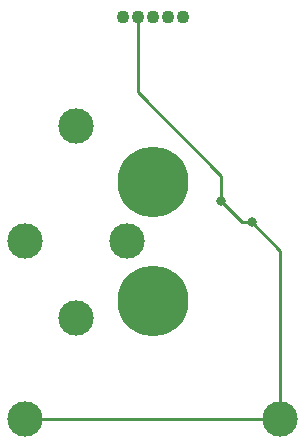
<source format=gbr>
%TF.GenerationSoftware,KiCad,Pcbnew,(6.99.0-1656-g034b57d9c0)*%
%TF.CreationDate,2022-05-27T10:29:39-07:00*%
%TF.ProjectId,GymTimer,47796d54-696d-4657-922e-6b696361645f,rev?*%
%TF.SameCoordinates,Original*%
%TF.FileFunction,Copper,L2,Bot*%
%TF.FilePolarity,Positive*%
%FSLAX46Y46*%
G04 Gerber Fmt 4.6, Leading zero omitted, Abs format (unit mm)*
G04 Created by KiCad (PCBNEW (6.99.0-1656-g034b57d9c0)) date 2022-05-27 10:29:39*
%MOMM*%
%LPD*%
G01*
G04 APERTURE LIST*
%TA.AperFunction,ComponentPad*%
%ADD10C,3.000000*%
%TD*%
%TA.AperFunction,ComponentPad*%
%ADD11C,1.100000*%
%TD*%
%TA.AperFunction,ComponentPad*%
%ADD12C,6.000000*%
%TD*%
%TA.AperFunction,ViaPad*%
%ADD13C,0.800000*%
%TD*%
%TA.AperFunction,Conductor*%
%ADD14C,0.250000*%
%TD*%
G04 APERTURE END LIST*
D10*
%TO.P,M1,*%
%TO.N,*%
X97150000Y-99200000D03*
X101450000Y-89400000D03*
X101450000Y-105700000D03*
X105750000Y-99200000D03*
%TD*%
D11*
%TO.P,P1,1,MCLR_N*%
%TO.N,Net-(P1-Pad1)*%
X105410000Y-80200000D03*
%TO.P,P1,2,VDD*%
%TO.N,3V*%
X106680000Y-80200000D03*
%TO.P,P1,3,GND*%
%TO.N,GND*%
X107950000Y-80200000D03*
%TO.P,P1,4,PGD*%
%TO.N,Net-(P1-Pad4)*%
X109220000Y-80200000D03*
%TO.P,P1,5,PGC*%
%TO.N,Net-(P1-Pad5)*%
X110490000Y-80200000D03*
%TD*%
D10*
%TO.P,BT1,1,+*%
%TO.N,3V*%
X97150000Y-114200000D03*
X118750000Y-114200000D03*
%TD*%
D12*
%TO.P,REF\u002A\u002A,1*%
%TO.N,N/C*%
X107950000Y-104200000D03*
X107950000Y-94200000D03*
%TD*%
D13*
%TO.N,3V*%
X113770000Y-95790000D03*
X116330000Y-97550000D03*
%TD*%
D14*
%TO.N,3V*%
X118750000Y-99970000D02*
X116330000Y-97550000D01*
X118750000Y-114200000D02*
X118750000Y-99970000D01*
X113770000Y-93630000D02*
X106700000Y-86560000D01*
X113770000Y-95790000D02*
X113770000Y-95800000D01*
X97150000Y-114200000D02*
X118790000Y-114200000D01*
X113770000Y-95800000D02*
X115520000Y-97550000D01*
X106700000Y-86560000D02*
X106700000Y-80200000D01*
X118790000Y-114200000D02*
X118870000Y-114280000D01*
X115520000Y-97550000D02*
X116330000Y-97550000D01*
X113770000Y-95790000D02*
X113770000Y-93630000D01*
%TD*%
M02*

</source>
